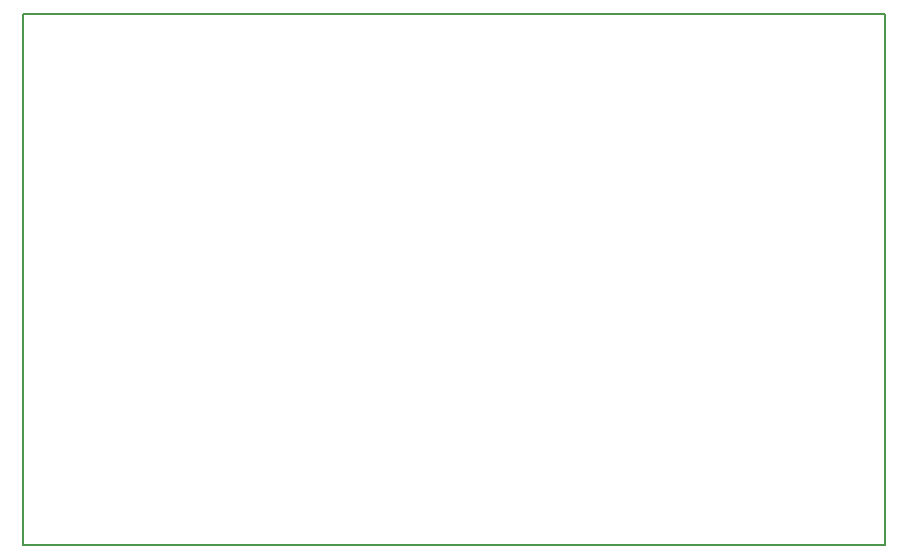
<source format=gbr>
%TF.GenerationSoftware,KiCad,Pcbnew,(6.0.6)*%
%TF.CreationDate,2022-07-29T16:25:05-07:00*%
%TF.ProjectId,ubitx raduino clone daughter board,75626974-7820-4726-9164-75696e6f2063,rev?*%
%TF.SameCoordinates,Original*%
%TF.FileFunction,Profile,NP*%
%FSLAX46Y46*%
G04 Gerber Fmt 4.6, Leading zero omitted, Abs format (unit mm)*
G04 Created by KiCad (PCBNEW (6.0.6)) date 2022-07-29 16:25:05*
%MOMM*%
%LPD*%
G01*
G04 APERTURE LIST*
%TA.AperFunction,Profile*%
%ADD10C,0.200000*%
%TD*%
G04 APERTURE END LIST*
D10*
X117344000Y-56727000D02*
X190344000Y-56727000D01*
X190344000Y-56727000D02*
X190344000Y-101727000D01*
X190344000Y-101727000D02*
X117344000Y-101727000D01*
X117344000Y-101727000D02*
X117344000Y-56727000D01*
M02*

</source>
